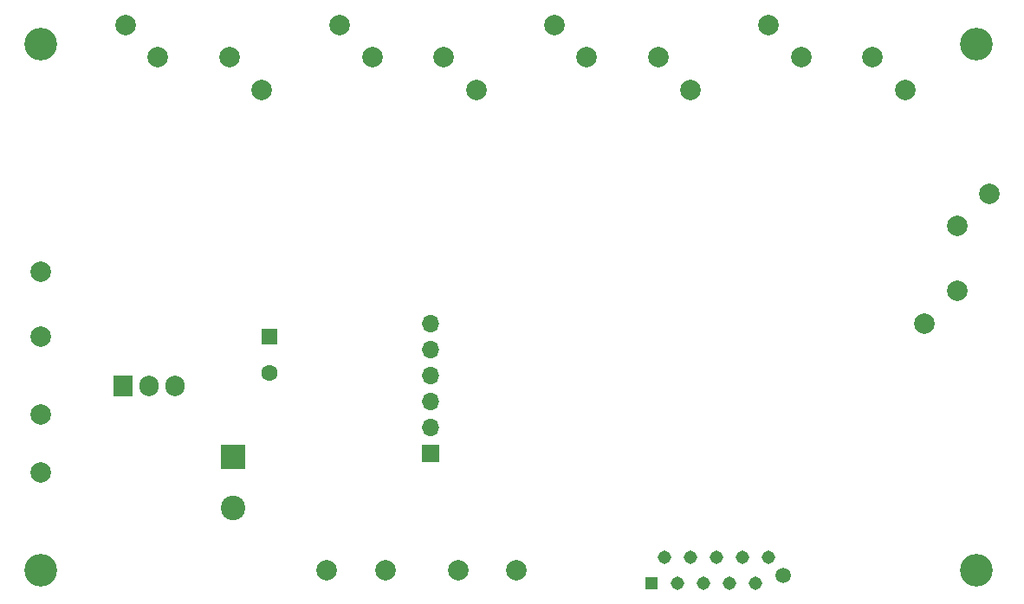
<source format=gbr>
G04 #@! TF.GenerationSoftware,KiCad,Pcbnew,(5.1.8-0-10_14)*
G04 #@! TF.CreationDate,2020-12-12T20:07:50+01:00*
G04 #@! TF.ProjectId,input-sel-v1,696e7075-742d-4736-956c-2d76312e6b69,rev?*
G04 #@! TF.SameCoordinates,Original*
G04 #@! TF.FileFunction,Soldermask,Bot*
G04 #@! TF.FilePolarity,Negative*
%FSLAX46Y46*%
G04 Gerber Fmt 4.6, Leading zero omitted, Abs format (unit mm)*
G04 Created by KiCad (PCBNEW (5.1.8-0-10_14)) date 2020-12-12 20:07:50*
%MOMM*%
%LPD*%
G01*
G04 APERTURE LIST*
%ADD10O,1.905000X2.000000*%
%ADD11R,1.905000X2.000000*%
%ADD12C,1.600000*%
%ADD13R,1.600000X1.600000*%
%ADD14C,2.400000*%
%ADD15R,2.400000X2.400000*%
%ADD16C,2.000000*%
%ADD17O,1.700000X1.700000*%
%ADD18R,1.700000X1.700000*%
%ADD19C,1.500000*%
%ADD20C,1.308000*%
%ADD21R,1.308000X1.308000*%
%ADD22C,3.200000*%
G04 APERTURE END LIST*
D10*
X131826000Y-86106000D03*
X129286000Y-86106000D03*
D11*
X126746000Y-86106000D03*
D12*
X141097000Y-84836000D03*
D13*
X141097000Y-81336000D03*
D14*
X137541000Y-98091000D03*
D15*
X137541000Y-93091000D03*
D16*
X189865000Y-50800000D03*
X193040000Y-53975000D03*
X203200000Y-57150000D03*
X200025000Y-53975000D03*
X168910000Y-50800000D03*
X172085000Y-53975000D03*
X182245000Y-57150000D03*
X179070000Y-53975000D03*
X147955000Y-50800000D03*
X151130000Y-53975000D03*
X161290000Y-57150000D03*
X158115000Y-53975000D03*
X127000000Y-50800000D03*
X130175000Y-53975000D03*
X140335000Y-57150000D03*
X137160000Y-53975000D03*
X211455000Y-67310000D03*
X208280000Y-70485000D03*
X205105000Y-80010000D03*
X208280000Y-76835000D03*
D17*
X156845000Y-80010000D03*
X156845000Y-82550000D03*
X156845000Y-85090000D03*
X156845000Y-87630000D03*
X156845000Y-90170000D03*
D18*
X156845000Y-92710000D03*
D19*
X191265000Y-104670000D03*
D20*
X189865000Y-102870000D03*
X188595000Y-105410000D03*
X187325000Y-102870000D03*
X186055000Y-105410000D03*
X184785000Y-102870000D03*
X183515000Y-105410000D03*
X182245000Y-102870000D03*
X180975000Y-105410000D03*
X179705000Y-102870000D03*
D21*
X178435000Y-105410000D03*
D16*
X118745000Y-88900000D03*
X118745000Y-94615000D03*
X118745000Y-74930000D03*
X118745000Y-81280000D03*
X146685000Y-104140000D03*
X152400000Y-104140000D03*
X159512000Y-104140000D03*
X165227000Y-104140000D03*
D22*
X118745000Y-104140000D03*
X210185000Y-104140000D03*
X210185000Y-52705000D03*
X118745000Y-52705000D03*
M02*

</source>
